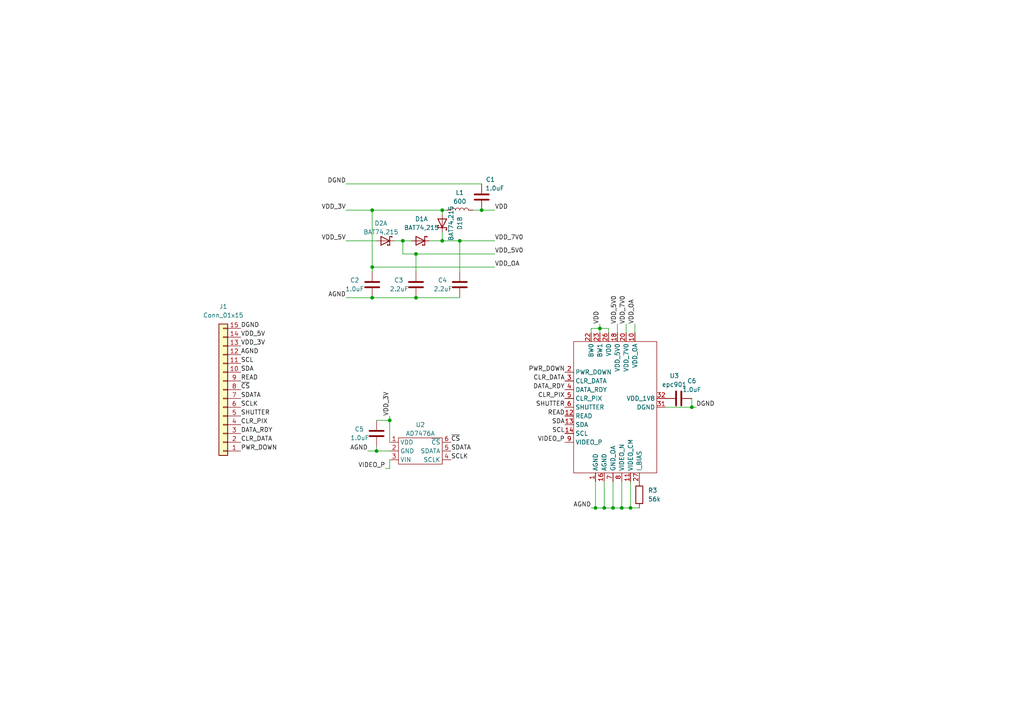
<source format=kicad_sch>
(kicad_sch (version 20211123) (generator eeschema)
  (paper "A4")
  (title_block (title "HRS Breakout") (date "2022-06-20") (rev "v01") (comment 4 "Author: Tyler Franks"))
  (lib_symbols
    (symbol "Connector_Generic:Conn_01x15" (pin_names (offset 1.016) hide)
      (property "Reference" "J" (at 0 20.32 0))
      (property "Value" "Conn_01x15" (at 0 -20.32 0))
      (symbol "Conn_01x15_1_1"
        (rectangle (start -1.27 -17.653) (end 0 -17.907) (stroke (width 0.1524)))
        (rectangle (start -1.27 -15.113) (end 0 -15.367) (stroke (width 0.1524)))
        (rectangle (start -1.27 -12.573) (end 0 -12.827) (stroke (width 0.1524)))
        (rectangle (start -1.27 -10.033) (end 0 -10.287) (stroke (width 0.1524)))
        (rectangle (start -1.27 -7.493) (end 0 -7.747) (stroke (width 0.1524)))
        (rectangle (start -1.27 -4.953) (end 0 -5.207) (stroke (width 0.1524)))
        (rectangle (start -1.27 -2.413) (end 0 -2.667) (stroke (width 0.1524)))
        (rectangle (start -1.27 0.127) (end 0 -0.127) (stroke (width 0.1524)))
        (rectangle (start -1.27 2.667) (end 0 2.413) (stroke (width 0.1524)))
        (rectangle (start -1.27 5.207) (end 0 4.953) (stroke (width 0.1524)))
        (rectangle (start -1.27 7.747) (end 0 7.493) (stroke (width 0.1524)))
        (rectangle (start -1.27 10.287) (end 0 10.033) (stroke (width 0.1524)))
        (rectangle (start -1.27 12.827) (end 0 12.573) (stroke (width 0.1524)))
        (rectangle (start -1.27 15.367) (end 0 15.113) (stroke (width 0.1524)))
        (rectangle (start -1.27 17.907) (end 0 17.653) (stroke (width 0.1524)))
        (rectangle (start -1.27 19.05) (end 1.27 -19.05) (stroke (width 0.254)) (fill (type background)))
        (pin passive line (at -5.08 17.78 0) (length 3.81) (name "Pin_1") (number "1"))
        (pin passive line (at -5.08 -5.08 0) (length 3.81) (name "Pin_10") (number "10"))
        (pin passive line (at -5.08 -7.62 0) (length 3.81) (name "Pin_11") (number "11"))
        (pin passive line (at -5.08 -10.16 0) (length 3.81) (name "Pin_12") (number "12"))
        (pin passive line (at -5.08 -12.7 0) (length 3.81) (name "Pin_13") (number "13"))
        (pin passive line (at -5.08 -15.24 0) (length 3.81) (name "Pin_14") (number "14"))
        (pin passive line (at -5.08 -17.78 0) (length 3.81) (name "Pin_15") (number "15"))
        (pin passive line (at -5.08 15.24 0) (length 3.81) (name "Pin_2") (number "2"))
        (pin passive line (at -5.08 12.7 0) (length 3.81) (name "Pin_3") (number "3"))
        (pin passive line (at -5.08 10.16 0) (length 3.81) (name "Pin_4") (number "4"))
        (pin passive line (at -5.08 7.62 0) (length 3.81) (name "Pin_5") (number "5"))
        (pin passive line (at -5.08 5.08 0) (length 3.81) (name "Pin_6") (number "6"))
        (pin passive line (at -5.08 2.54 0) (length 3.81) (name "Pin_7") (number "7"))
        (pin passive line (at -5.08 0 0) (length 3.81) (name "Pin_8") (number "8"))
        (pin passive line (at -5.08 -2.54 0) (length 3.81) (name "Pin_9") (number "9"))
      )
    )
    (symbol "Device:C" (pin_numbers hide) (pin_names (offset 0.254))
      (property "Reference" "C" (at 0.635 2.54 0))
      (property "Value" "C" (at 0.635 -2.54 0))
      (symbol "C_0_1"
        (polyline (pts (xy -2.032 -0.762) (xy 2.032 -0.762)) (stroke (width 0.508)))
        (polyline (pts (xy -2.032 0.762) (xy 2.032 0.762)) (stroke (width 0.508)))
      )
      (symbol "C_1_1"
        (pin passive line (at 0 3.81 270) (length 2.794) (name "~") (number "1"))
        (pin passive line (at 0 -3.81 90) (length 2.794) (name "~") (number "2"))
      )
    )
    (symbol "Device:L" (pin_numbers hide) (pin_names (offset 1.016) hide)
      (property "Reference" "L" (at -1.27 0 90))
      (property "Value" "L" (at 1.905 0 90))
      (symbol "L_0_1"
        (arc (start 0 -2.54) (mid 0.635 -1.905) (end 0 -1.27))
        (arc (start 0 -1.27) (mid 0.635 -0.635) (end 0 0))
        (arc (start 0 0) (mid 0.635 0.635) (end 0 1.27))
        (arc (start 0 1.27) (mid 0.635 1.905) (end 0 2.54))
      )
      (symbol "L_1_1"
        (pin passive line (at 0 3.81 270) (length 1.27) (name "1") (number "1"))
        (pin passive line (at 0 -3.81 90) (length 1.27) (name "2") (number "2"))
      )
    )
    (symbol "Device:R" (pin_numbers hide) (pin_names (offset 0))
      (property "Reference" "R" (at 2.032 0 90))
      (property "Value" "R" (at 0 0 90))
      (symbol "R_0_1"
        (rectangle (start -1.016 -2.54) (end 1.016 2.54) (stroke (width 0.254)))
      )
      (symbol "R_1_1"
        (pin passive line (at 0 3.81 270) (length 1.27) (name "~") (number "1"))
        (pin passive line (at 0 -3.81 90) (length 1.27) (name "~") (number "2"))
      )
    )
    (symbol "HRS:AD7476A"
      (property "Reference" "U" (at -3.81 5.08 0))
      (property "Value" "AD7476A" (at 1.27 -5.08 0))
      (symbol "AD7476A_0_1"
        (rectangle (start -6.35 3.81) (end 6.35 -3.81))
      )
      (symbol "AD7476A_1_1"
        (pin input line (at -8.89 2.54 0) (length 2.54) (name "VDD") (number "1"))
        (pin input line (at -8.89 0 0) (length 2.54) (name "GND") (number "2"))
        (pin input line (at -8.89 -2.54 0) (length 2.54) (name "VIN") (number "3"))
        (pin input line (at 8.89 -2.54 180) (length 2.54) (name "SCLK") (number "4"))
        (pin input line (at 8.89 0 180) (length 2.54) (name "SDATA") (number "5"))
        (pin input line (at 8.89 2.54 180) (length 2.54) (name "~{CS}") (number "6"))
      )
    )
    (symbol "HRS:BAT74,215" (pin_numbers hide) (pin_names (offset 1.016) hide)
      (property "Reference" "D" (at -2.286 1.905 0))
      (property "Value" "BAT74,215" (at -2.286 -3.429 0))
      (symbol "BAT74,215_1_0"
        (polyline (pts (xy -1.27 -1.27) (xy 1.27 0)) (stroke (width 0.254)))
        (polyline (pts (xy -1.27 1.27) (xy -1.27 -1.27)) (stroke (width 0.254)))
        (polyline (pts (xy 0.635 -1.016) (xy 0.635 -1.27)) (stroke (width 0.254)))
        (polyline (pts (xy 1.27 -1.27) (xy 0.635 -1.27)) (stroke (width 0.254)))
        (polyline (pts (xy 1.27 0) (xy -1.27 1.27)) (stroke (width 0.254)))
        (polyline (pts (xy 1.27 0) (xy 1.27 -1.27)) (stroke (width 0.254)))
        (polyline (pts (xy 1.27 1.27) (xy 1.27 0)) (stroke (width 0.254)))
        (polyline (pts (xy 1.905 1.27) (xy 1.27 1.27)) (stroke (width 0.254)))
        (polyline (pts (xy 1.905 1.27) (xy 1.905 1.016)) (stroke (width 0.254)))
        (pin passive line (at 2.54 0 180) (length 2.54) (name "~") (number "1"))
        (pin passive line (at -2.54 0 0) (length 2.54) (name "~") (number "4"))
      )
      (symbol "BAT74,215_2_0"
        (polyline (pts (xy -1.27 -1.27) (xy 1.27 0)) (stroke (width 0.254)))
        (polyline (pts (xy -1.27 1.27) (xy -1.27 -1.27)) (stroke (width 0.254)))
        (polyline (pts (xy 0.635 -1.016) (xy 0.635 -1.27)) (stroke (width 0.254)))
        (polyline (pts (xy 1.27 -1.27) (xy 0.635 -1.27)) (stroke (width 0.254)))
        (polyline (pts (xy 1.27 0) (xy -1.27 1.27)) (stroke (width 0.254)))
        (polyline (pts (xy 1.27 0) (xy 1.27 -1.27)) (stroke (width 0.254)))
        (polyline (pts (xy 1.27 1.27) (xy 1.27 0)) (stroke (width 0.254)))
        (polyline (pts (xy 1.905 1.27) (xy 1.27 1.27)) (stroke (width 0.254)))
        (polyline (pts (xy 1.905 1.27) (xy 1.905 1.016)) (stroke (width 0.254)))
        (pin passive line (at 2.54 0 180) (length 2.54) (name "~") (number "2"))
        (pin passive line (at -2.54 0 0) (length 2.54) (name "~") (number "3"))
      )
    )
    (symbol "HRS:epc901"
      (property "Reference" "U3" (at 7.0994 22.86 0))
      (property "Value" "epc901" (at 7.0994 20.32 0))
      (symbol "epc901_0_1"
        (rectangle (start -12.7 17.78) (end 11.43 -20.32))
      )
      (symbol "epc901_1_1"
        (pin input line (at -6.35 -22.86 90) (length 2.54) (name "AGND") (number "1"))
        (pin input line (at 5.08 20.32 270) (length 2.54) (name "VDD_OA") (number "10"))
        (pin input line (at 3.81 -22.86 90) (length 2.54) (name "VIDEO_CM") (number "11"))
        (pin input line (at -15.24 -3.81 0) (length 2.54) (name "READ") (number "12"))
        (pin input line (at -15.24 -6.35 0) (length 2.54) (name "SDA") (number "13"))
        (pin input line (at -15.24 -8.89 0) (length 2.54) (name "SCL") (number "14"))
        (pin input line (at -3.81 -22.86 90) (length 2.54) (name "AGND") (number "16"))
        (pin input line (at 0 20.32 270) (length 2.54) (name "VDD_5V0") (number "18"))
        (pin input line (at -15.24 8.89 0) (length 2.54) (name "PWR_DOWN") (number "2"))
        (pin input line (at 2.54 20.32 270) (length 2.54) (name "VDD_7V0") (number "20"))
        (pin input line (at -7.62 20.32 270) (length 2.54) (name "BW0") (number "22"))
        (pin input line (at -5.08 20.32 270) (length 2.54) (name "BW1") (number "23"))
        (pin input line (at -2.54 20.32 270) (length 2.54) (name "VDD") (number "26"))
        (pin input line (at 6.35 -22.86 90) (length 2.54) (name "I_BIAS") (number "27"))
        (pin input line (at -15.24 6.35 0) (length 2.54) (name "CLR_DATA") (number "3"))
        (pin input line (at 13.97 -1.27 180) (length 2.54) (name "DGND") (number "31"))
        (pin input line (at 13.97 1.27 180) (length 2.54) (name "VDD_1V8") (number "32"))
        (pin input line (at -15.24 3.81 0) (length 2.54) (name "DATA_RDY") (number "4"))
        (pin input line (at -15.24 1.27 0) (length 2.54) (name "CLR_PIX") (number "5"))
        (pin input line (at -15.24 -1.27 0) (length 2.54) (name "SHUTTER") (number "6"))
        (pin input line (at -1.27 -22.86 90) (length 2.54) (name "GND_OA") (number "7"))
        (pin input line (at 1.27 -22.86 90) (length 2.54) (name "VIDEO_N") (number "8"))
        (pin input line (at -15.24 -11.43 0) (length 2.54) (name "VIDEO_P") (number "9"))
      )
    )
  )
  (junction (at 128.27 69.85))
  (junction (at 107.95 60.96))
  (junction (at 175.26 147.32))
  (junction (at 107.95 86.36))
  (junction (at 180.34 147.32))
  (junction (at 109.22 130.81))
  (junction (at 116.84 69.85))
  (junction (at 120.65 86.36))
  (junction (at 172.72 147.32))
  (junction (at 139.7 60.96))
  (junction (at 133.35 69.85))
  (junction (at 200.66 118.11))
  (junction (at 173.99 95.25))
  (junction (at 107.95 77.47))
  (junction (at 182.88 147.32))
  (junction (at 120.65 73.66))
  (junction (at 177.8 147.32))
  (junction (at 128.27 60.96))
  (junction (at 113.03 121.92))
  (wire (pts (xy 107.95 77.47) (xy 143.51 77.47)))
  (wire (pts (xy 193.04 118.11) (xy 200.66 118.11)))
  (wire (pts (xy 181.61 93.98) (xy 181.61 96.52)))
  (wire (pts (xy 133.35 69.85) (xy 143.51 69.85)))
  (wire (pts (xy 173.99 95.25) (xy 173.99 96.52)))
  (wire (pts (xy 113.03 135.89) (xy 113.03 133.35)))
  (wire (pts (xy 184.15 93.98) (xy 184.15 96.52)))
  (wire (pts (xy 116.84 69.85) (xy 116.84 73.66)))
  (wire (pts (xy 119.38 69.85) (xy 116.84 69.85)))
  (wire (pts (xy 175.26 139.7) (xy 175.26 147.32)))
  (wire (pts (xy 179.07 93.98) (xy 179.07 96.52)))
  (wire (pts (xy 128.27 60.96) (xy 129.54 60.96)))
  (wire (pts (xy 180.34 139.7) (xy 180.34 147.32)))
  (wire (pts (xy 133.35 69.85) (xy 133.35 78.74)))
  (wire (pts (xy 107.95 77.47) (xy 107.95 78.74)))
  (wire (pts (xy 107.95 60.96) (xy 107.95 77.47)))
  (wire (pts (xy 106.68 130.81) (xy 109.22 130.81)))
  (wire (pts (xy 182.88 139.7) (xy 182.88 147.32)))
  (wire (pts (xy 109.22 129.54) (xy 109.22 130.81)))
  (wire (pts (xy 114.3 69.85) (xy 116.84 69.85)))
  (wire (pts (xy 139.7 60.96) (xy 143.51 60.96)))
  (wire (pts (xy 113.03 121.92) (xy 113.03 128.27)))
  (wire (pts (xy 107.95 60.96) (xy 128.27 60.96)))
  (wire (pts (xy 111.76 135.89) (xy 113.03 135.89)))
  (wire (pts (xy 107.95 86.36) (xy 120.65 86.36)))
  (wire (pts (xy 120.65 73.66) (xy 143.51 73.66)))
  (wire (pts (xy 128.27 60.96) (xy 128.27 62.23)))
  (wire (pts (xy 176.53 96.52) (xy 176.53 95.25)))
  (wire (pts (xy 200.66 115.57) (xy 200.66 118.11)))
  (wire (pts (xy 173.99 93.98) (xy 173.99 95.25)))
  (wire (pts (xy 100.33 86.36) (xy 107.95 86.36)))
  (wire (pts (xy 120.65 73.66) (xy 120.65 78.74)))
  (wire (pts (xy 171.45 147.32) (xy 172.72 147.32)))
  (wire (pts (xy 171.45 96.52) (xy 171.45 95.25)))
  (wire (pts (xy 172.72 139.7) (xy 172.72 147.32)))
  (wire (pts (xy 113.03 121.92) (xy 109.22 121.92)))
  (wire (pts (xy 109.22 130.81) (xy 113.03 130.81)))
  (wire (pts (xy 116.84 73.66) (xy 120.65 73.66)))
  (wire (pts (xy 113.03 120.65) (xy 113.03 121.92)))
  (wire (pts (xy 124.46 69.85) (xy 128.27 69.85)))
  (wire (pts (xy 120.65 86.36) (xy 133.35 86.36)))
  (wire (pts (xy 173.99 95.25) (xy 176.53 95.25)))
  (wire (pts (xy 182.88 147.32) (xy 185.42 147.32)))
  (wire (pts (xy 100.33 53.34) (xy 139.7 53.34)))
  (wire (pts (xy 128.27 67.31) (xy 128.27 69.85)))
  (wire (pts (xy 200.66 118.11) (xy 201.93 118.11)))
  (wire (pts (xy 100.33 60.96) (xy 107.95 60.96)))
  (wire (pts (xy 128.27 69.85) (xy 133.35 69.85)))
  (wire (pts (xy 177.8 139.7) (xy 177.8 147.32)))
  (wire (pts (xy 171.45 95.25) (xy 173.99 95.25)))
  (wire (pts (xy 172.72 147.32) (xy 175.26 147.32)))
  (wire (pts (xy 137.16 60.96) (xy 139.7 60.96)))
  (wire (pts (xy 180.34 147.32) (xy 182.88 147.32)))
  (wire (pts (xy 177.8 147.32) (xy 180.34 147.32)))
  (wire (pts (xy 100.33 69.85) (xy 109.22 69.85)))
  (wire (pts (xy 175.26 147.32) (xy 177.8 147.32)))
  (label "SDA" (at 163.83 123.19 180))
  (label "SCL" (at 163.83 125.73 180))
  (label "READ" (at 163.83 120.65 180))
  (label "DGND" (at 69.85 95.25 0))
  (label "VDD_7V0" (at 143.51 69.85 0))
  (label "DATA_RDY" (at 69.85 125.73 0))
  (label "VDD_7V0" (at 181.61 93.98 90))
  (label "VDD_OA" (at 184.15 93.98 90))
  (label "CLR_DATA" (at 69.85 128.27 0))
  (label "SHUTTER" (at 163.83 118.11 180))
  (label "DGND" (at 100.33 53.34 180))
  (label "AGND" (at 171.45 147.32 180))
  (label "VDD_OA" (at 143.51 77.47 0))
  (label "VDD_5V" (at 100.33 69.85 180))
  (label "VDD_3V" (at 113.03 120.65 90))
  (label "CLR_PIX" (at 163.83 115.57 180))
  (label "SCL" (at 69.85 105.41 0))
  (label "SDATA" (at 130.81 130.81 0))
  (label "SCLK" (at 130.81 133.35 0))
  (label "AGND" (at 106.68 130.81 180))
  (label "AGND" (at 100.33 86.36 180))
  (label "~{CS}" (at 130.81 128.27 0))
  (label "~{CS}" (at 69.85 113.03 0))
  (label "DGND" (at 201.93 118.11 0))
  (label "VDD_5V" (at 69.85 97.79 0))
  (label "SHUTTER" (at 69.85 120.65 0))
  (label "PWR_DOWN" (at 163.83 107.95 180))
  (label "SCLK" (at 69.85 118.11 0))
  (label "VDD_3V" (at 69.85 100.33 0))
  (label "AGND" (at 69.85 102.87 0))
  (label "VIDEO_P" (at 163.83 128.27 180))
  (label "READ" (at 69.85 110.49 0))
  (label "PWR_DOWN" (at 69.85 130.81 0))
  (label "VDD_3V" (at 100.33 60.96 180))
  (label "VDD" (at 143.51 60.96 0))
  (label "DATA_RDY" (at 163.83 113.03 180))
  (label "CLR_PIX" (at 69.85 123.19 0))
  (label "SDATA" (at 69.85 115.57 0))
  (label "VIDEO_P" (at 111.76 135.89 180))
  (label "CLR_DATA" (at 163.83 110.49 180))
  (label "VDD_5V0" (at 179.07 93.98 90))
  (label "VDD" (at 173.99 93.98 90))
  (label "SDA" (at 69.85 107.95 0))
  (label "VDD_5V0" (at 143.51 73.66 0))
  (symbol (lib_id "Device:C") (at 196.85 115.57 270) (unit 1)
    (property "Reference" "C6" (at 200.66 110.49 90))
    (property "Value" "1.0uF" (at 200.66 113.03 90))
    (property "Footprint" "HRS:C_0603_1608Metric" (effects hide))
  )
  (symbol (lib_id "HRS:BAT74,215") (at 121.92 69.85 0) (unit 1)
    (property "Reference" "D1" (at 122.2375 63.5 0))
    (property "Value" "BAT74,215" (at 122.2375 66.04 0))
    (property "Footprint" "HRS:SOT143(B)" (effects hide))
  )
  (symbol (lib_id "Device:L") (at 133.35 60.96 90) (unit 1)
    (property "Reference" "L1" (at 133.35 55.88 90))
    (property "Value" "600" (at 133.35 58.42 90))
    (property "Footprint" "HRS:BEADC1005X55N" (effects hide))
  )
  (symbol (lib_id "HRS:BAT74,215") (at 128.27 64.77 270) (unit 2)
    (property "Reference" "D1" (at 133.35 64.77 0))
    (property "Value" "BAT74,215" (at 130.81 64.77 0))
    (property "Footprint" "HRS:SOT143(B)" (effects hide))
  )
  (symbol (lib_id "Device:C") (at 120.65 82.55 180) (unit 1)
    (property "Reference" "C3" (at 114.3 81.28 0) (effects (justify right)))
    (property "Value" "2.2uF" (at 113.03 83.82 0) (effects (justify right)))
    (property "Footprint" "HRS:C_0603_1608Metric" (effects hide))
  )
  (symbol (lib_id "HRS:AD7476A") (at 121.92 130.81 0) (unit 1)
    (property "Reference" "U2" (at 121.92 123.19 0))
    (property "Value" "AD7476A" (at 121.92 125.73 0))
    (property "Footprint" "HRS:AD7476" (effects hide))
  )
  (symbol (lib_id "Connector_Generic:Conn_01x15") (at 64.77 113.03 180) (unit 1)
    (property "Reference" "J1" (at 64.77 88.9 0))
    (property "Value" "Conn_01x15" (at 64.77 91.44 0))
    (property "Footprint" "HRS:Breakout Board Connector" (effects hide))
  )
  (symbol (lib_id "Device:C") (at 133.35 82.55 180) (unit 1)
    (property "Reference" "C4" (at 127 81.28 0) (effects (justify right)))
    (property "Value" "2.2uF" (at 125.73 83.82 0) (effects (justify right)))
    (property "Footprint" "HRS:C_0603_1608Metric" (effects hide))
  )
  (symbol (lib_id "HRS:epc901") (at 179.07 116.84 0) (unit 1)
    (property "Reference" "U3" (at 195.58 108.9912 0))
    (property "Value" "epc901" (at 195.58 111.5312 0))
    (property "Footprint" "HRS:EPC901" (effects hide))
  )
  (symbol (lib_id "Device:R") (at 185.42 143.51 0) (unit 1)
    (property "Reference" "R3" (at 187.96 142.24 0) (effects (justify left)))
    (property "Value" "56k" (at 187.96 144.78 0) (effects (justify left)))
    (property "Footprint" "HRS:R_0603_1608Metric" (effects hide))
  )
  (symbol (lib_id "HRS:BAT74,215") (at 111.76 69.85 0) (unit 1)
    (property "Reference" "D2" (at 110.49 64.77 0))
    (property "Value" "BAT74,215" (at 110.49 67.31 0))
    (property "Footprint" "HRS:SOT143(B)" (effects hide))
  )
  (symbol (lib_id "Device:C") (at 107.95 82.55 0) (unit 1)
    (property "Reference" "C2" (at 102.87 81.28 0))
    (property "Value" "1.0uF" (at 102.87 83.82 0))
    (property "Footprint" "HRS:C_0603_1608Metric" (effects hide))
  )
  (symbol (lib_id "Device:C") (at 139.7 57.15 0) (unit 1)
    (property "Reference" "C1" (at 142.24 52.07 0))
    (property "Value" "1.0uF" (at 143.51 54.61 0))
    (property "Footprint" "HRS:C_0603_1608Metric" (effects hide))
  )
  (symbol (lib_id "Device:C") (at 109.22 125.73 180) (unit 1)
    (property "Reference" "C5" (at 102.87 124.46 0) (effects (justify right)))
    (property "Value" "1.0uF" (at 101.6 127 0) (effects (justify right)))
    (property "Footprint" "HRS:C_0603_1608Metric" (effects hide))
  )
)
</source>
